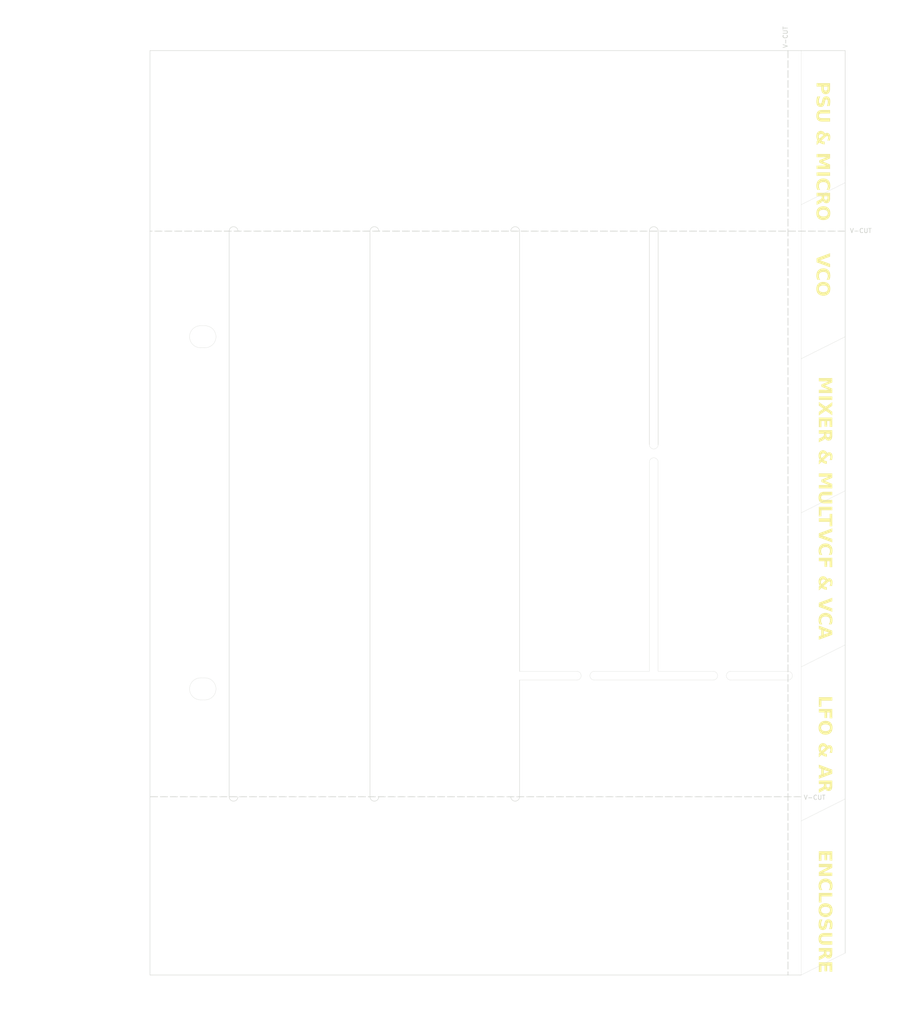
<source format=kicad_pcb>
(kicad_pcb (version 20221018) (generator pcbnew)
  (layers (0 "F.Cu" signal) (31 "B.Cu" signal) (34 "B.Paste" user) (35 "F.Paste" user) (36 "B.SilkS" user "B.Silkscreen") (37 "F.SilkS" user "F.Silkscreen") (38 "B.Mask" user) (39 "F.Mask" user) (44 "Edge.Cuts" user))
  (net 0 "")
  (footprint "Panelization:mouse-bite-2mm-slot" (layer "F.Cu") (at 264 185)
    (fp_text reference "mouse-bite-2mm-slot" hide)
    (fp_text value "VAL**" hide)
    (pad "" np_thru_hole circle (at -0.75 -0.75) (size 0.5 0.5) (drill 0.5) (layers "*.Cu" "*.Mask"))
    (pad "" np_thru_hole circle (at -0.75 0.75) (size 0.5 0.5) (drill 0.5) (layers "*.Cu" "*.Mask"))
    (pad "" np_thru_hole circle (at 0 -0.75) (size 0.5 0.5) (drill 0.5) (layers "*.Cu" "*.Mask"))
    (pad "" np_thru_hole circle (at 0 0.75) (size 0.5 0.5) (drill 0.5) (layers "*.Cu" "*.Mask"))
    (pad "" np_thru_hole circle (at 0.75 -0.75) (size 0.5 0.5) (drill 0.5) (layers "*.Cu" "*.Mask"))
    (pad "" np_thru_hole circle (at 0.75 0.75) (size 0.5 0.5) (drill 0.5) (layers "*.Cu" "*.Mask"))
  )
  (footprint "Panelization:mouse-bite-2mm-slot" (layer "F.Cu") (at 248.5 134.5 90)
    (fp_text reference "mouse-bite-2mm-slot" hide)
    (fp_text value "VAL**" hide)
    (pad "" np_thru_hole circle (at -0.75 -0.75 90) (size 0.5 0.5) (drill 0.5) (layers "*.Cu" "*.Mask"))
    (pad "" np_thru_hole circle (at -0.75 0.75 90) (size 0.5 0.5) (drill 0.5) (layers "*.Cu" "*.Mask"))
    (pad "" np_thru_hole circle (at 0 -0.75 90) (size 0.5 0.5) (drill 0.5) (layers "*.Cu" "*.Mask"))
    (pad "" np_thru_hole circle (at 0 0.75 90) (size 0.5 0.5) (drill 0.5) (layers "*.Cu" "*.Mask"))
    (pad "" np_thru_hole circle (at 0.75 -0.75 90) (size 0.5 0.5) (drill 0.5) (layers "*.Cu" "*.Mask"))
    (pad "" np_thru_hole circle (at 0.75 0.75 90) (size 0.5 0.5) (drill 0.5) (layers "*.Cu" "*.Mask"))
  )
  (footprint "Panelization:mouse-bite-2mm-slot" (layer "F.Cu") (at 233 185)
    (fp_text reference "mouse-bite-2mm-slot" hide)
    (fp_text value "VAL**" hide)
    (pad "" np_thru_hole circle (at -0.75 -0.75) (size 0.5 0.5) (drill 0.5) (layers "*.Cu" "*.Mask"))
    (pad "" np_thru_hole circle (at -0.75 0.75) (size 0.5 0.5) (drill 0.5) (layers "*.Cu" "*.Mask"))
    (pad "" np_thru_hole circle (at 0 -0.75) (size 0.5 0.5) (drill 0.5) (layers "*.Cu" "*.Mask"))
    (pad "" np_thru_hole circle (at 0 0.75) (size 0.5 0.5) (drill 0.5) (layers "*.Cu" "*.Mask"))
    (pad "" np_thru_hole circle (at 0.75 -0.75) (size 0.5 0.5) (drill 0.5) (layers "*.Cu" "*.Mask"))
    (pad "" np_thru_hole circle (at 0.75 0.75) (size 0.5 0.5) (drill 0.5) (layers "*.Cu" "*.Mask"))
  )
  (gr_line (start 247.5 136.5) (end 247.5 184) (stroke (width 0.05)) (layer "Edge.Cuts"))
  (gr_arc (start 247.5 136.5) (mid 248.5 135.5) (end 249.5 136.5) (stroke (width 0.05)) (layer "Edge.Cuts"))
  (gr_line (start 282 43) (end 292 43) (stroke (width 0.1)) (layer "Edge.Cuts"))
  (gr_arc (start 218 212.5) (mid 217 213.5) (end 216 212.5) (stroke (width 0.1)) (layer "Edge.Cuts"))
  (gr_line (start 218 186) (end 218 212.5) (stroke (width 0.1)) (layer "Edge.Cuts"))
  (gr_arc (start 235 186) (mid 234 185) (end 235 184) (stroke (width 0.05)) (layer "Edge.Cuts"))
  (gr_line (start 145.5 190.5) (end 146.5 190.5) (stroke (width 0.05)) (layer "Edge.Cuts"))
  (gr_arc (start 146.5 105.5) (mid 149 108) (end 146.5 110.5) (stroke (width 0.05)) (layer "Edge.Cuts"))
  (gr_arc (start 247.5 84) (mid 248.5 83) (end 249.5 84) (stroke (width 0.1)) (layer "Edge.Cuts"))
  (gr_arc (start 262 184) (mid 263 185) (end 262 186) (stroke (width 0.05)) (layer "Edge.Cuts"))
  (gr_arc (start 145.5 190.5) (mid 143 188) (end 145.5 185.5) (stroke (width 0.05)) (layer "Edge.Cuts"))
  (gr_arc (start 145.5 110.5) (mid 143 108) (end 145.5 105.5) (stroke (width 0.05)) (layer "Edge.Cuts"))
  (gr_arc (start 154 212.5) (mid 153 213.5) (end 152 212.5) (stroke (width 0.1)) (layer "Edge.Cuts"))
  (gr_line (start 266 184) (end 279 184) (stroke (width 0.05)) (layer "Edge.Cuts"))
  (gr_arc (start 249.5 132.5) (mid 248.5 133.5) (end 247.5 132.5) (stroke (width 0.05)) (layer "Edge.Cuts"))
  (gr_line (start 279 43) (end 279 253) (stroke (width 0.15) (type dash)) (layer "Edge.Cuts"))
  (gr_line (start 145.5 185.5) (end 146.5 185.5) (stroke (width 0.05)) (layer "Edge.Cuts"))
  (gr_line (start 134 43) (end 134 253) (stroke (width 0.1)) (layer "Edge.Cuts"))
  (gr_arc (start 186 212.5) (mid 185 213.5) (end 184 212.5) (stroke (width 0.1)) (layer "Edge.Cuts"))
  (gr_line (start 282 183) (end 292 178) (stroke (width 0.05)) (layer "Edge.Cuts"))
  (gr_arc (start 231 184) (mid 232 185) (end 231 186) (stroke (width 0.05)) (layer "Edge.Cuts"))
  (gr_line (start 282 78) (end 292 73) (stroke (width 0.05)) (layer "Edge.Cuts"))
  (gr_line (start 231 186) (end 218 186) (stroke (width 0.05)) (layer "Edge.Cuts"))
  (gr_line (start 292 43) (end 292 248) (stroke (width 0.1)) (layer "Edge.Cuts"))
  (gr_line (start 292 84) (end 134 84) (stroke (width 0.15) (type dash)) (layer "Edge.Cuts"))
  (gr_line (start 282 148) (end 292 143) (stroke (width 0.05)) (layer "Edge.Cuts"))
  (gr_line (start 152 212.5) (end 152 84) (stroke (width 0.1)) (layer "Edge.Cuts"))
  (gr_line (start 247.5 132.5) (end 247.5 84) (stroke (width 0.1)) (layer "Edge.Cuts"))
  (gr_arc (start 279 184) (mid 280 185) (end 279 186) (stroke (width 0.05)) (layer "Edge.Cuts"))
  (gr_line (start 145.5 105.5) (end 146.5 105.5) (stroke (width 0.05)) (layer "Edge.Cuts"))
  (gr_arc (start 146.5 185.5) (mid 149 188) (end 146.5 190.5) (stroke (width 0.05)) (layer "Edge.Cuts"))
  (gr_line (start 235 186) (end 262 186) (stroke (width 0.05)) (layer "Edge.Cuts"))
  (gr_line (start 235 184) (end 247.5 184) (stroke (width 0.05)) (layer "Edge.Cuts"))
  (gr_arc (start 216 84) (mid 217 83) (end 218 84) (stroke (width 0.1)) (layer "Edge.Cuts"))
  (gr_line (start 249.5 84) (end 249.5 132.5) (stroke (width 0.1)) (layer "Edge.Cuts"))
  (gr_arc (start 266 186) (mid 265 185) (end 266 184) (stroke (width 0.05)) (layer "Edge.Cuts"))
  (gr_line (start 184 212.5) (end 184 84) (stroke (width 0.1)) (layer "Edge.Cuts"))
  (gr_line (start 145.5 110.5) (end 146.5 110.5) (stroke (width 0.05)) (layer "Edge.Cuts"))
  (gr_line (start 292 43) (end 292 69.23) (stroke (width 0.1)) (layer "Edge.Cuts"))
  (gr_arc (start 184 84) (mid 185 83) (end 186 84) (stroke (width 0.1)) (layer "Edge.Cuts"))
  (gr_line (start 279 186) (end 266 186) (stroke (width 0.05)) (layer "Edge.Cuts"))
  (gr_line (start 134 253) (end 282 253) (stroke (width 0.1)) (layer "Edge.Cuts"))
  (gr_line (start 249.5 136.5) (end 249.5 184) (stroke (width 0.05)) (layer "Edge.Cuts"))
  (gr_line (start 218 84) (end 218 184) (stroke (width 0.1)) (layer "Edge.Cuts"))
  (gr_line (start 282 218) (end 292 213) (stroke (width 0.05)) (layer "Edge.Cuts"))
  (gr_line (start 282 113) (end 292 108) (stroke (width 0.05)) (layer "Edge.Cuts"))
  (gr_arc (start 152 84) (mid 153 83) (end 154 84) (stroke (width 0.1)) (layer "Edge.Cuts"))
  (gr_line (start 282 253) (end 282 43) (stroke (width 0.05)) (layer "Edge.Cuts"))
  (gr_line (start 282 253) (end 292 248) (stroke (width 0.05)) (layer "Edge.Cuts"))
  (gr_line (start 282 212.5) (end 134 212.5) (stroke (width 0.15) (type dash)) (layer "Edge.Cuts"))
  (gr_line (start 262 184) (end 249.5 184) (stroke (width 0.05)) (layer "Edge.Cuts"))
  (gr_line (start 282 43) (end 134 43) (stroke (width 0.1)) (layer "Edge.Cuts"))
  (gr_line (start 218 184) (end 231 184) (stroke (width 0.05)) (layer "Edge.Cuts"))
  (gr_text "MIXER & MULT" (at 285.5 117 270) (layer "F.SilkS") (effects (font (size 3 3) (thickness 0.2) bold) (justify left bottom)))
  (gr_text "VCF & VCA" (at 285.5 151.5 270) (layer "F.SilkS") (effects (font (size 3 3) (thickness 0.2) bold) (justify left bottom)))
  (gr_text "ENCLOSURE" (at 285.5 224.5 270) (layer "F.SilkS") (effects (font (size 3 3) (thickness 0.2) bold) (justify left bottom)))
  (gr_text "LFO & AR" (at 285.5 189.5 270) (layer "F.SilkS") (effects (font (size 3 3) (thickness 0.2) bold) (justify left bottom)))
  (gr_text "VCO" (at 285 89 270) (layer "F.SilkS") (effects (font (size 3 3) (thickness 0.2) bold) (justify left bottom)))
  (gr_text "PSU & MICRO" (at 285 50 270) (layer "F.SilkS") (effects (font (size 3 3) (thickness 0.2) bold) (justify left bottom)))
  (gr_text "V-CUT" (at 293 84.5) (layer "Edge.Cuts") (effects (font (size 1 1)) (justify left bottom)))
  (gr_text "V-CUT" (at 282.5 213.25) (layer "Edge.Cuts") (effects (font (size 1 1)) (justify left bottom)))
  (gr_text "V-CUT" (at 279 42.5 90) (layer "Edge.Cuts") (effects (font (size 1 1)) (justify left bottom)))
)
</source>
